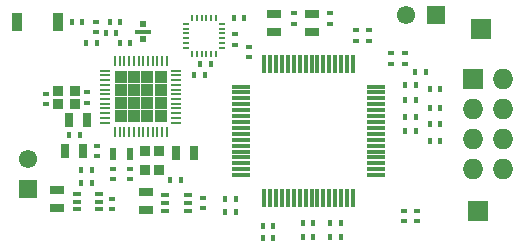
<source format=gts>
G04 #@! TF.FileFunction,Soldermask,Top*
%FSLAX46Y46*%
G04 Gerber Fmt 4.6, Leading zero omitted, Abs format (unit mm)*
G04 Created by KiCad (PCBNEW 4.0.4-stable) date 07/31/17 21:50:18*
%MOMM*%
%LPD*%
G01*
G04 APERTURE LIST*
%ADD10C,0.150000*%
%ADD11R,0.629440X0.428780*%
%ADD12R,0.230000X0.530000*%
%ADD13R,0.230000X0.580000*%
%ADD14R,0.530000X0.230000*%
%ADD15R,0.580000X0.230000*%
%ADD16R,0.428780X0.629440*%
%ADD17R,0.730000X0.330000*%
%ADD18R,0.630000X0.630000*%
%ADD19R,1.730000X1.730000*%
%ADD20R,1.173000X0.665000*%
%ADD21R,1.554000X1.554000*%
%ADD22C,1.554000*%
%ADD23R,1.530000X0.330000*%
%ADD24R,0.330000X1.530000*%
%ADD25R,0.830000X0.830000*%
%ADD26R,0.680000X0.430000*%
%ADD27R,0.665000X1.173000*%
%ADD28R,0.930000X0.830000*%
%ADD29R,0.830000X1.630000*%
%ADD30O,1.730000X1.730000*%
%ADD31R,0.230000X0.830000*%
%ADD32R,0.830000X0.230000*%
%ADD33R,1.142500X1.142500*%
%ADD34R,0.630000X1.130000*%
G04 APERTURE END LIST*
D10*
D11*
X274070000Y-139049580D03*
X274070000Y-138150420D03*
D12*
X282140000Y-130350000D03*
D13*
X282540000Y-130350000D03*
X282940000Y-130350000D03*
X283340000Y-130350000D03*
X283740000Y-130350000D03*
D12*
X284140000Y-130350000D03*
D14*
X284640000Y-129850000D03*
D15*
X284640000Y-129450000D03*
X284640000Y-129050000D03*
X284640000Y-128650000D03*
X284640000Y-128250000D03*
D14*
X284640000Y-127850000D03*
D12*
X284140000Y-127350000D03*
D13*
X283740000Y-127350000D03*
X283340000Y-127350000D03*
X282940000Y-127350000D03*
X282540000Y-127350000D03*
D12*
X282140000Y-127350000D03*
D14*
X281640000Y-127850000D03*
D15*
X281640000Y-128250000D03*
X281640000Y-128650000D03*
X281640000Y-129050000D03*
X281640000Y-129450000D03*
D14*
X281640000Y-129850000D03*
D16*
X283199580Y-132210000D03*
X282300420Y-132210000D03*
X283719580Y-131270000D03*
X282820420Y-131270000D03*
X285650420Y-127360000D03*
X286549580Y-127360000D03*
D11*
X285780000Y-128730420D03*
X285780000Y-129629580D03*
D17*
X278326500Y-128500000D03*
D18*
X278000000Y-129112500D03*
X278000000Y-127887500D03*
D17*
X277637500Y-128500000D03*
D16*
X275729580Y-128620000D03*
X274830420Y-128620000D03*
X273150420Y-129450000D03*
X274049580Y-129450000D03*
X302250420Y-134930000D03*
X303149580Y-134930000D03*
X302250420Y-137770000D03*
X303149580Y-137770000D03*
X302240420Y-136300000D03*
X303139580Y-136300000D03*
X302250420Y-133375000D03*
X303149580Y-133375000D03*
D19*
X306600000Y-128300000D03*
D20*
X289100000Y-128512000D03*
X289100000Y-126988000D03*
D21*
X302760000Y-127060000D03*
D22*
X300220000Y-127060000D03*
D11*
X297075000Y-128375420D03*
X297075000Y-129274580D03*
D23*
X297700000Y-140650000D03*
X297700000Y-140150000D03*
X297700000Y-139650000D03*
X297700000Y-139150000D03*
X297700000Y-138650000D03*
X297700000Y-138150000D03*
X297700000Y-137650000D03*
X297700000Y-137150000D03*
X297700000Y-136650000D03*
X297700000Y-136150000D03*
X297700000Y-135650000D03*
X297700000Y-135150000D03*
X297700000Y-134650000D03*
X297700000Y-134150000D03*
X297700000Y-133650000D03*
X297700000Y-133150000D03*
D24*
X295750000Y-131200000D03*
X295250000Y-131200000D03*
X294750000Y-131200000D03*
X294250000Y-131200000D03*
X293750000Y-131200000D03*
X293250000Y-131200000D03*
X292750000Y-131200000D03*
X292250000Y-131200000D03*
X291750000Y-131200000D03*
X291250000Y-131200000D03*
X290750000Y-131200000D03*
X290250000Y-131200000D03*
X289750000Y-131200000D03*
X289250000Y-131200000D03*
X288750000Y-131200000D03*
X288250000Y-131200000D03*
D23*
X286300000Y-133150000D03*
X286300000Y-133650000D03*
X286300000Y-134150000D03*
X286300000Y-134650000D03*
X286300000Y-135150000D03*
X286300000Y-135650000D03*
X286300000Y-136150000D03*
X286300000Y-136650000D03*
X286300000Y-137150000D03*
X286300000Y-137650000D03*
X286300000Y-138150000D03*
X286300000Y-138650000D03*
X286300000Y-139150000D03*
X286300000Y-139650000D03*
X286300000Y-140150000D03*
X286300000Y-140650000D03*
D24*
X288250000Y-142600000D03*
X288750000Y-142600000D03*
X289250000Y-142600000D03*
X289750000Y-142600000D03*
X290250000Y-142600000D03*
X290750000Y-142600000D03*
X291250000Y-142600000D03*
X291750000Y-142600000D03*
X292250000Y-142600000D03*
X292750000Y-142600000D03*
X293250000Y-142600000D03*
X293750000Y-142600000D03*
X294250000Y-142600000D03*
X294750000Y-142600000D03*
X295250000Y-142600000D03*
X295750000Y-142600000D03*
D16*
X288100420Y-144950000D03*
X288999580Y-144950000D03*
D25*
X279350000Y-140200000D03*
X279350000Y-138600000D03*
D16*
X288100420Y-146000000D03*
X288999580Y-146000000D03*
D26*
X274262500Y-143537500D03*
X274262500Y-142237500D03*
X272362500Y-142887500D03*
X274262500Y-142887500D03*
X272362500Y-142237500D03*
X272362500Y-143537500D03*
D11*
X290800000Y-127849580D03*
X290800000Y-126950420D03*
X296025000Y-128375420D03*
X296025000Y-129274580D03*
D16*
X284950420Y-142675000D03*
X285849580Y-142675000D03*
X301025420Y-131875000D03*
X301924580Y-131875000D03*
X285849580Y-143750000D03*
X284950420Y-143750000D03*
X291500420Y-145850000D03*
X292399580Y-145850000D03*
X291500420Y-144725000D03*
X292399580Y-144725000D03*
X294749580Y-145900000D03*
X293850420Y-145900000D03*
D11*
X286975000Y-129775420D03*
X286975000Y-130674580D03*
D16*
X294749580Y-144725000D03*
X293850420Y-144725000D03*
D11*
X293775000Y-126950420D03*
X293775000Y-127849580D03*
X300200000Y-130300420D03*
X300200000Y-131199580D03*
X298975000Y-130300420D03*
X298975000Y-131199580D03*
D20*
X292275000Y-126963000D03*
X292275000Y-128487000D03*
X278225000Y-142038000D03*
X278225000Y-143562000D03*
X270712500Y-141925500D03*
X270712500Y-143449500D03*
D16*
X272762920Y-141287500D03*
X273662080Y-141287500D03*
D11*
X275362500Y-143537080D03*
X275362500Y-142637920D03*
D16*
X280275420Y-141100000D03*
X281174580Y-141100000D03*
D11*
X283025000Y-143449580D03*
X283025000Y-142550420D03*
X300075000Y-144549580D03*
X300075000Y-143650420D03*
X301175000Y-144549580D03*
X301175000Y-143650420D03*
D16*
X300200420Y-133000000D03*
X301099580Y-133000000D03*
X300175420Y-134250000D03*
X301074580Y-134250000D03*
X300200420Y-135690000D03*
X301099580Y-135690000D03*
X300200420Y-136910000D03*
X301099580Y-136910000D03*
D25*
X278150000Y-140200000D03*
X278150000Y-138600000D03*
D21*
X268275000Y-141820000D03*
D22*
X268275000Y-139280000D03*
D27*
X272932000Y-138620000D03*
X271408000Y-138620000D03*
D28*
X270800000Y-133500000D03*
X272200000Y-133500000D03*
X270800000Y-134600000D03*
X272200000Y-134600000D03*
D11*
X275450000Y-140100420D03*
X275450000Y-140999580D03*
D16*
X273649580Y-140200000D03*
X272750420Y-140200000D03*
D11*
X269800000Y-133750420D03*
X269800000Y-134649580D03*
X273200000Y-134549580D03*
X273200000Y-133650420D03*
D16*
X276899580Y-129450000D03*
X276000420Y-129450000D03*
D11*
X276850000Y-140100420D03*
X276850000Y-140999580D03*
D29*
X270745000Y-127673000D03*
X267345000Y-127673000D03*
D16*
X272849580Y-127700000D03*
X271950420Y-127700000D03*
D11*
X274000000Y-127650420D03*
X274000000Y-128549580D03*
D16*
X276049580Y-127700000D03*
X275150420Y-127700000D03*
X271730420Y-137270000D03*
X272629580Y-137270000D03*
D27*
X273262000Y-136000000D03*
X271738000Y-136000000D03*
X280788000Y-138800000D03*
X282312000Y-138800000D03*
D26*
X281775000Y-143650000D03*
X281775000Y-142350000D03*
X279875000Y-143000000D03*
X281775000Y-143000000D03*
X279875000Y-142350000D03*
X279875000Y-143650000D03*
D19*
X306340000Y-143650000D03*
X305880000Y-132540000D03*
D30*
X308420000Y-132540000D03*
X305880000Y-135080000D03*
X308420000Y-135080000D03*
X305880000Y-137620000D03*
X308420000Y-137620000D03*
X305880000Y-140160000D03*
X308420000Y-140160000D03*
D31*
X275600000Y-137000000D03*
X276000000Y-137000000D03*
X276400000Y-137000000D03*
X276800000Y-137000000D03*
X277200000Y-137000000D03*
X277600000Y-137000000D03*
X278000000Y-137000000D03*
X278400000Y-137000000D03*
X278800000Y-137000000D03*
X279200000Y-137000000D03*
X279600000Y-137000000D03*
X280000000Y-137000000D03*
D32*
X280800000Y-136200000D03*
X280800000Y-135800000D03*
X280800000Y-135400000D03*
X280800000Y-135000000D03*
X280800000Y-134600000D03*
X280800000Y-134200000D03*
X280800000Y-133800000D03*
X280800000Y-133400000D03*
X280800000Y-133000000D03*
X280800000Y-132600000D03*
X280800000Y-132200000D03*
X280800000Y-131800000D03*
D31*
X280000000Y-131000000D03*
X279600000Y-131000000D03*
X279200000Y-131000000D03*
X278800000Y-131000000D03*
X278400000Y-131000000D03*
X278000000Y-131000000D03*
X277600000Y-131000000D03*
X277200000Y-131000000D03*
X276800000Y-131000000D03*
X276400000Y-131000000D03*
X276000000Y-131000000D03*
X275600000Y-131000000D03*
D32*
X274800000Y-131800000D03*
X274800000Y-132200000D03*
X274800000Y-132600000D03*
X274800000Y-133000000D03*
X274800000Y-133400000D03*
X274800000Y-133800000D03*
X274800000Y-134200000D03*
X274800000Y-134600000D03*
X274800000Y-135000000D03*
X274800000Y-135400000D03*
X274800000Y-135800000D03*
X274800000Y-136200000D03*
D33*
X279468750Y-132331250D03*
X278356250Y-132331250D03*
X277243750Y-132331250D03*
X276131250Y-132331250D03*
X279468750Y-133443750D03*
X278356250Y-133443750D03*
X277243750Y-133443750D03*
X276131250Y-133443750D03*
X279468750Y-134556250D03*
X278356250Y-134556250D03*
X277243750Y-134556250D03*
X276131250Y-134556250D03*
X279468750Y-135668750D03*
X278356250Y-135668750D03*
X277243750Y-135668750D03*
X276131250Y-135668750D03*
D34*
X276850000Y-138850000D03*
X275450000Y-138850000D03*
M02*

</source>
